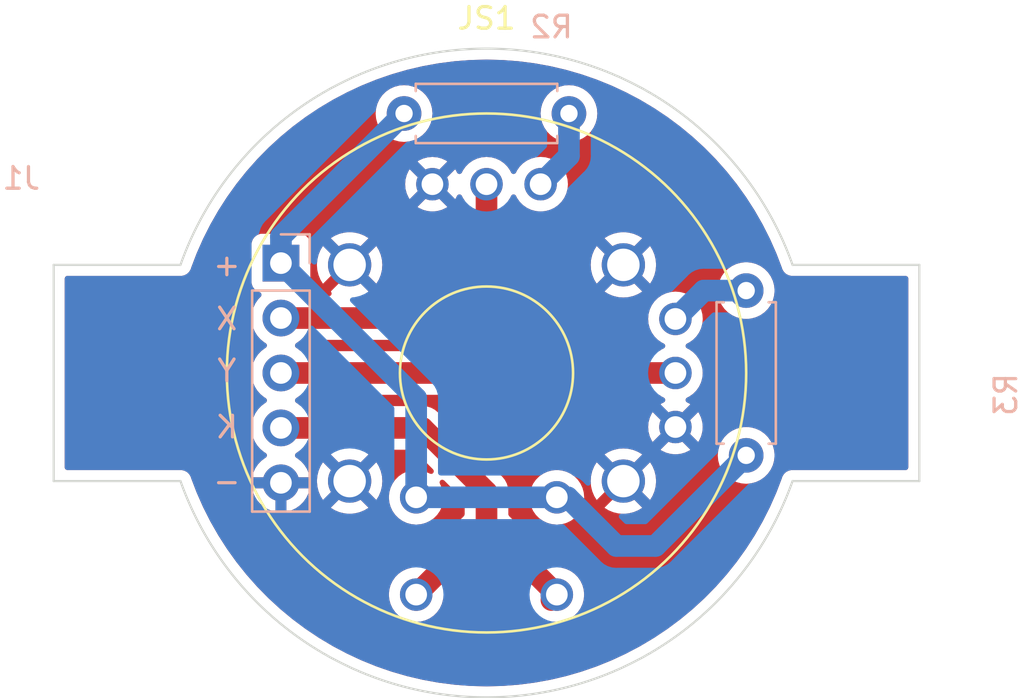
<source format=kicad_pcb>
(kicad_pcb (version 20211014) (generator pcbnew)
  (layers (0 "F.Cu" signal) (31 "B.Cu" signal) (34 "B.Paste" user) (35 "F.Paste" user) (36 "B.SilkS" user "B.Silkscreen") (37 "F.SilkS" user "F.Silkscreen") (38 "B.Mask" user) (39 "F.Mask" user) (44 "Edge.Cuts" user))
  (net 0 "")
  (net 1 "Net-(JS1-Pad3)")
  (net 2 "Net-(JS1-Pad4)")
  (net 3 "/VCC")
  (net 4 "/X")
  (net 5 "/Y")
  (net 6 "/K")
  (net 7 "/GND")
  (footprint "摇杆:RKJXV122400R" (layer "F.Cu") (at 0 0)
    (fp_text reference "JS1" (at 0 -16.4 unlocked) (layer "F.SilkS"))
    (fp_text value "RKJXV122400R")
    (fp_circle (center 0 0) (end 12 0) (layer "F.SilkS") (width 0.12) (fill none))
    (fp_circle (center 0 0) (end 4 0) (layer "F.SilkS") (width 0.12) (fill none))
    (pad "1" thru_hole circle (at -2.5 -8.73) (size 1.5 1.5) (drill 1) (layers *.Cu *.Mask) (net 7 "/GND"))
    (pad "2" thru_hole circle (at 0 -8.73) (size 1.5 1.5) (drill 1) (layers *.Cu *.Mask) (net 4 "/X"))
    (pad "3" thru_hole circle (at 2.5 -8.73) (size 1.5 1.5) (drill 1) (layers *.Cu *.Mask) (net 1 "Net-(JS1-Pad3)"))
    (pad "4" thru_hole circle (at 8.73 -2.5) (size 1.5 1.5) (drill 1) (layers *.Cu *.Mask) (net 2 "Net-(JS1-Pad4)"))
    (pad "5" thru_hole circle (at 8.73 0) (size 1.5 1.5) (drill 1) (layers *.Cu *.Mask) (net 5 "/Y"))
    (pad "6" thru_hole circle (at 8.73 2.5) (size 1.5 1.5) (drill 1) (layers *.Cu *.Mask) (net 7 "/GND"))
    (pad "7" thru_hole circle (at -3.25 5.75) (size 1.5 1.5) (drill 1) (layers *.Cu *.Mask) (net 3 "/VCC"))
    (pad "8" thru_hole circle (at 3.25 5.75) (size 1.5 1.5) (drill 1) (layers *.Cu *.Mask) (net 3 "/VCC"))
    (pad "9" thru_hole circle (at -3.25 10.25) (size 1.5 1.5) (drill 1) (layers *.Cu *.Mask) (net 6 "/K"))
    (pad "10" thru_hole circle (at 3.25 10.25) (size 1.5 1.5) (drill 1) (layers *.Cu *.Mask) (net 6 "/K"))
    (pad "S" thru_hole circle (at 6.325 5) (size 2 2) (drill 1.5) (layers *.Cu *.Mask) (net 7 "/GND"))
    (pad "S" thru_hole circle (at 6.325 -5) (size 2 2) (drill 1.5) (layers *.Cu *.Mask) (net 7 "/GND"))
    (pad "S" thru_hole circle (at -6.325 5) (size 2 2) (drill 1.5) (layers *.Cu *.Mask) (net 7 "/GND"))
    (pad "S" thru_hole circle (at -6.325 -5) (size 2 2) (drill 1.5) (layers *.Cu *.Mask) (net 7 "/GND"))
  )
  (footprint "Resistor_THT:R_Axial_DIN0207_L6.3mm_D2.5mm_P7.62mm_Horizontal" (layer "B.Cu") (at -3.81 -12)
    (fp_text reference "R2" (at 6.81 -4 180) (layer "B.SilkS") (effects (justify mirror)))
    (fp_text value "20k")
    (fp_line (start 0.54 -1.37) (end 7.08 -1.37) (layer "B.SilkS") (width 0.12))
    (fp_line (start 0.54 1.37) (end 7.08 1.37) (layer "B.SilkS") (width 0.12))
    (fp_line (start 7.08 1.37) (end 7.08 1.04) (layer "B.SilkS") (width 0.12))
    (fp_line (start 0.54 1.04) (end 0.54 1.37) (layer "B.SilkS") (width 0.12))
    (fp_line (start 0.54 -1.04) (end 0.54 -1.37) (layer "B.SilkS") (width 0.12))
    (fp_line (start 7.08 -1.37) (end 7.08 -1.04) (layer "B.SilkS") (width 0.12))
    (pad "1" thru_hole circle (at 0 0) (size 1.6 1.6) (drill 0.8) (layers *.Cu *.Mask) (net 3 "/VCC"))
    (pad "2" thru_hole oval (at 7.62 0) (size 1.6 1.6) (drill 0.8) (layers *.Cu *.Mask) (net 1 "Net-(JS1-Pad3)"))
  )
  (footprint "Connector_PinHeader_2.54mm:PinHeader_1x05_P2.54mm_Vertical" (layer "B.Cu") (at -9.5 -5.08 180)
    (fp_text reference "J1" (at 12 3.92) (layer "B.SilkS") (effects (justify mirror)))
    (fp_text value "Conn_01x05_Male")
    (fp_line (start -1.33 0) (end -1.33 1.33) (layer "B.SilkS") (width 0.12))
    (fp_line (start -1.33 -1.27) (end 1.33 -1.27) (layer "B.SilkS") (width 0.12))
    (fp_line (start -1.33 -11.49) (end 1.33 -11.49) (layer "B.SilkS") (width 0.12))
    (fp_line (start -1.33 1.33) (end 0 1.33) (layer "B.SilkS") (width 0.12))
    (fp_line (start 1.33 -1.27) (end 1.33 -11.49) (layer "B.SilkS") (width 0.12))
    (fp_line (start -1.33 -1.27) (end -1.33 -11.49) (layer "B.SilkS") (width 0.12))
    (pad "1" thru_hole rect (at 0 0 180) (size 1.7 1.7) (drill 1) (layers *.Cu *.Mask) (net 3 "/VCC"))
    (pad "2" thru_hole oval (at 0 -2.54 180) (size 1.7 1.7) (drill 1) (layers *.Cu *.Mask) (net 4 "/X"))
    (pad "3" thru_hole oval (at 0 -5.08 180) (size 1.7 1.7) (drill 1) (layers *.Cu *.Mask) (net 5 "/Y"))
    (pad "4" thru_hole oval (at 0 -7.62 180) (size 1.7 1.7) (drill 1) (layers *.Cu *.Mask) (net 6 "/K"))
    (pad "5" thru_hole oval (at 0 -10.16 180) (size 1.7 1.7) (drill 1) (layers *.Cu *.Mask) (net 7 "/GND"))
  )
  (footprint "Resistor_THT:R_Axial_DIN0207_L6.3mm_D2.5mm_P7.62mm_Horizontal" (layer "B.Cu") (at 12 3.81 90)
    (fp_text reference "R3" (at 2.81 12 270) (layer "B.SilkS") (effects (justify mirror)))
    (fp_text value "20k")
    (fp_line (start 0.54 1.04) (end 0.54 1.37) (layer "B.SilkS") (width 0.12))
    (fp_line (start 7.08 1.37) (end 7.08 1.04) (layer "B.SilkS") (width 0.12))
    (fp_line (start 0.54 -1.37) (end 7.08 -1.37) (layer "B.SilkS") (width 0.12))
    (fp_line (start 7.08 -1.37) (end 7.08 -1.04) (layer "B.SilkS") (width 0.12))
    (fp_line (start 0.54 -1.04) (end 0.54 -1.37) (layer "B.SilkS") (width 0.12))
    (fp_line (start 0.54 1.37) (end 7.08 1.37) (layer "B.SilkS") (width 0.12))
    (pad "1" thru_hole circle (at 0 0 90) (size 1.6 1.6) (drill 0.8) (layers *.Cu *.Mask) (net 3 "/VCC"))
    (pad "2" thru_hole oval (at 7.62 0 90) (size 1.6 1.6) (drill 0.8) (layers *.Cu *.Mask) (net 2 "Net-(JS1-Pad4)"))
  )
  (gr_arc (start -14.142155 -4.999946) (mid -0.000026 -15) (end 14.142137 -4.999995) (layer "Edge.Cuts") (width 0.1))
  (gr_line (start -20 -5) (end -20 5) (layer "Edge.Cuts") (width 0.1))
  (gr_line (start -20 5) (end -14.1421 5) (layer "Edge.Cuts") (width 0.1))
  (gr_line (start -14.1421 -5) (end -20 -5) (layer "Edge.Cuts") (width 0.1))
  (gr_line (start 20 -5) (end 20 5) (layer "Edge.Cuts") (width 0.1))
  (gr_arc (start 14.142137 4.999995) (mid 0.00002 14.999988) (end -14.1421 5) (layer "Edge.Cuts") (width 0.1))
  (gr_line (start 14.1421 -5) (end 20 -5) (layer "Edge.Cuts") (width 0.1))
  (gr_line (start 20 5) (end 14.1421 5) (layer "Edge.Cuts") (width 0.1))
  (gr_text "-\n" (at -12 5) (layer "B.SilkS") (effects (font (size 1 1)) (justify mirror)))
  (gr_text "K\n" (at -12 2.5) (layer "B.SilkS") (effects (font (size 1 1)) (justify mirror)))
  (gr_text "Y" (at -12 -0.1) (layer "B.SilkS") (effects (font (size 1 1)) (justify mirror)))
  (gr_text "X\n" (at -12 -2.5) (layer "B.SilkS") (effects (font (size 1 1)) (justify mirror)))
  (gr_text "+\n" (at -12 -5) (layer "B.SilkS") (effects (font (size 1 1)) (justify mirror)))
  (segment (start 3.81 -10.04) (end 2.5 -8.73) (width 1) (layer "B.Cu") (net 1))
  (segment (start 3.81 -12) (end 3.81 -10.04) (width 1) (layer "B.Cu") (net 1))
  (segment (start 12 -3.81) (end 10.04 -3.81) (width 1) (layer "B.Cu") (net 2))
  (segment (start 10.04 -3.81) (end 8.73 -2.5) (width 1) (layer "B.Cu") (net 2))
  (segment (start 6 8) (end 7.81 8) (width 1) (layer "B.Cu") (net 3))
  (segment (start 3.25 5.75) (end -3.25 5.75) (width 1) (layer "B.Cu") (net 3))
  (segment (start -9.5 -6.31) (end -3.81 -12) (width 1) (layer "B.Cu") (net 3))
  (segment (start 3.25 5.75) (end 3.75 5.75) (width 1) (layer "B.Cu") (net 3))
  (segment (start -9.5 -5.08) (end -9.5 -6.31) (width 1) (layer "B.Cu") (net 3))
  (segment (start -3.25 5.75) (end -3.25 1.17) (width 1) (layer "B.Cu") (net 3))
  (segment (start 7.81 8) (end 12 3.81) (width 1) (layer "B.Cu") (net 3))
  (segment (start 3.75 5.75) (end 6 8) (width 1) (layer "B.Cu") (net 3))
  (segment (start -3.25 1.17) (end -9.5 -5.08) (width 1) (layer "B.Cu") (net 3))
  (segment (start -3.96 -2.54) (end -9.5 -2.54) (width 1) (layer "F.Cu") (net 4))
  (segment (start -3.96 -2.54) (end 0 -6.5) (width 1) (layer "F.Cu") (net 4))
  (segment (start 0 -6.5) (end 0 -8.73) (width 1) (layer "F.Cu") (net 4))
  (segment (start 8.73 0) (end -9.5 0) (width 1) (layer "F.Cu") (net 5))
  (segment (start 0 5.5) (end 0 7) (width 1) (layer "F.Cu") (net 6))
  (segment (start 0 7) (end 3.25 10.25) (width 1) (layer "F.Cu") (net 6))
  (segment (start -9.5 2.54) (end -2.96 2.54) (width 1) (layer "F.Cu") (net 6))
  (segment (start -2.96 2.54) (end 0 5.5) (width 1) (layer "F.Cu") (net 6))
  (segment (start 3 10.5) (end 3.25 10.25) (width 1) (layer "F.Cu") (net 6))
  (segment (start 0 7) (end -3.25 10.25) (width 1) (layer "F.Cu") (net 6))
  (zone (net 7) (net_name "/GND") (layers F&B.Cu) (connect_pads (clearance 0.508)) (min_thickness 0.254) (fill yes (thermal_gap 0.508) (thermal_bridge_width 0.508))
    (polygon (pts (xy 20.5 15) (xy -20.5 15) (xy -20.5 -15) (xy 20.5 -15)))
  )
)
</source>
